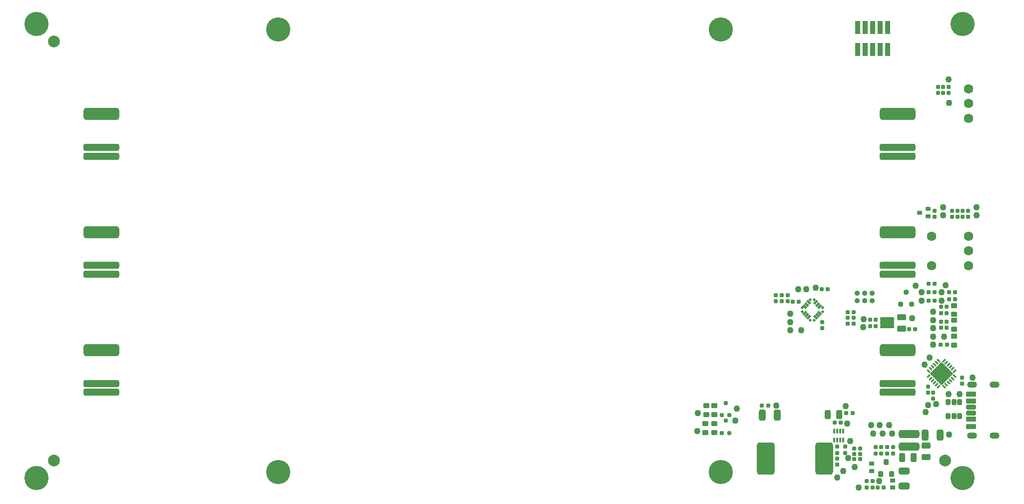
<source format=gts>
G04*
G04 #@! TF.GenerationSoftware,Altium Limited,CircuitStudio,1.5.2 (30)*
G04*
G04 Layer_Color=20142*
%FSLAX25Y25*%
%MOIN*%
G70*
G01*
G75*
%ADD93R,0.09055X0.07480*%
%ADD94R,0.02165X0.01969*%
%ADD95R,0.04803X0.07165*%
G04:AMPARAMS|DCode=96|XSize=118.11mil|YSize=216.54mil|CornerRadius=19.1mil|HoleSize=0mil|Usage=FLASHONLY|Rotation=180.000|XOffset=0mil|YOffset=0mil|HoleType=Round|Shape=RoundedRectangle|*
%AMROUNDEDRECTD96*
21,1,0.11811,0.17835,0,0,180.0*
21,1,0.07992,0.21654,0,0,180.0*
1,1,0.03819,-0.03996,0.08917*
1,1,0.03819,0.03996,0.08917*
1,1,0.03819,0.03996,-0.08917*
1,1,0.03819,-0.03996,-0.08917*
%
%ADD96ROUNDEDRECTD96*%
%ADD97R,0.03386X0.09055*%
G04:AMPARAMS|DCode=98|XSize=17.72mil|YSize=15.75mil|CornerRadius=0mil|HoleSize=0mil|Usage=FLASHONLY|Rotation=225.000|XOffset=0mil|YOffset=0mil|HoleType=Round|Shape=Rectangle|*
%AMROTATEDRECTD98*
4,1,4,0.00070,0.01183,0.01183,0.00070,-0.00070,-0.01183,-0.01183,-0.00070,0.00070,0.01183,0.0*
%
%ADD98ROTATEDRECTD98*%

G04:AMPARAMS|DCode=99|XSize=17.72mil|YSize=15.75mil|CornerRadius=0mil|HoleSize=0mil|Usage=FLASHONLY|Rotation=135.000|XOffset=0mil|YOffset=0mil|HoleType=Round|Shape=Rectangle|*
%AMROTATEDRECTD99*
4,1,4,0.01183,-0.00070,0.00070,-0.01183,-0.01183,0.00070,-0.00070,0.01183,0.01183,-0.00070,0.0*
%
%ADD99ROTATEDRECTD99*%

G04:AMPARAMS|DCode=100|XSize=31.5mil|YSize=15.75mil|CornerRadius=0mil|HoleSize=0mil|Usage=FLASHONLY|Rotation=315.000|XOffset=0mil|YOffset=0mil|HoleType=Round|Shape=Rectangle|*
%AMROTATEDRECTD100*
4,1,4,-0.01670,0.00557,-0.00557,0.01670,0.01670,-0.00557,0.00557,-0.01670,-0.01670,0.00557,0.0*
%
%ADD100ROTATEDRECTD100*%

G04:AMPARAMS|DCode=101|XSize=31.5mil|YSize=15.75mil|CornerRadius=0mil|HoleSize=0mil|Usage=FLASHONLY|Rotation=45.000|XOffset=0mil|YOffset=0mil|HoleType=Round|Shape=Rectangle|*
%AMROTATEDRECTD101*
4,1,4,-0.00557,-0.01670,-0.01670,-0.00557,0.00557,0.01670,0.01670,0.00557,-0.00557,-0.01670,0.0*
%
%ADD101ROTATEDRECTD101*%

G04:AMPARAMS|DCode=102|XSize=43.31mil|YSize=31.5mil|CornerRadius=8.86mil|HoleSize=0mil|Usage=FLASHONLY|Rotation=90.000|XOffset=0mil|YOffset=0mil|HoleType=Round|Shape=RoundedRectangle|*
%AMROUNDEDRECTD102*
21,1,0.04331,0.01378,0,0,90.0*
21,1,0.02559,0.03150,0,0,90.0*
1,1,0.01772,0.00689,0.01280*
1,1,0.01772,0.00689,-0.01280*
1,1,0.01772,-0.00689,-0.01280*
1,1,0.01772,-0.00689,0.01280*
%
%ADD102ROUNDEDRECTD102*%
G04:AMPARAMS|DCode=103|XSize=30.32mil|YSize=15.75mil|CornerRadius=3.74mil|HoleSize=0mil|Usage=FLASHONLY|Rotation=90.000|XOffset=0mil|YOffset=0mil|HoleType=Round|Shape=RoundedRectangle|*
%AMROUNDEDRECTD103*
21,1,0.03032,0.00827,0,0,90.0*
21,1,0.02284,0.01575,0,0,90.0*
1,1,0.00748,0.00413,0.01142*
1,1,0.00748,0.00413,-0.01142*
1,1,0.00748,-0.00413,-0.01142*
1,1,0.00748,-0.00413,0.01142*
%
%ADD103ROUNDEDRECTD103*%
G04:AMPARAMS|DCode=104|XSize=27.56mil|YSize=13.78mil|CornerRadius=4.43mil|HoleSize=0mil|Usage=FLASHONLY|Rotation=45.000|XOffset=0mil|YOffset=0mil|HoleType=Round|Shape=RoundedRectangle|*
%AMROUNDEDRECTD104*
21,1,0.02756,0.00492,0,0,45.0*
21,1,0.01870,0.01378,0,0,45.0*
1,1,0.00886,0.00835,0.00487*
1,1,0.00886,-0.00487,-0.00835*
1,1,0.00886,-0.00835,-0.00487*
1,1,0.00886,0.00487,0.00835*
%
%ADD104ROUNDEDRECTD104*%
G04:AMPARAMS|DCode=105|XSize=27.56mil|YSize=13.78mil|CornerRadius=4.43mil|HoleSize=0mil|Usage=FLASHONLY|Rotation=315.000|XOffset=0mil|YOffset=0mil|HoleType=Round|Shape=RoundedRectangle|*
%AMROUNDEDRECTD105*
21,1,0.02756,0.00492,0,0,315.0*
21,1,0.01870,0.01378,0,0,315.0*
1,1,0.00886,0.00487,-0.00835*
1,1,0.00886,-0.00835,0.00487*
1,1,0.00886,-0.00487,0.00835*
1,1,0.00886,0.00835,-0.00487*
%
%ADD105ROUNDEDRECTD105*%
%ADD106P,0.15590X4X90.0*%
G04:AMPARAMS|DCode=107|XSize=55.12mil|YSize=137.8mil|CornerRadius=14.76mil|HoleSize=0mil|Usage=FLASHONLY|Rotation=270.000|XOffset=0mil|YOffset=0mil|HoleType=Round|Shape=RoundedRectangle|*
%AMROUNDEDRECTD107*
21,1,0.05512,0.10827,0,0,270.0*
21,1,0.02559,0.13780,0,0,270.0*
1,1,0.02953,-0.05413,-0.01280*
1,1,0.02953,-0.05413,0.01280*
1,1,0.02953,0.05413,0.01280*
1,1,0.02953,0.05413,-0.01280*
%
%ADD107ROUNDEDRECTD107*%
%ADD108O,0.03492X0.03374*%
G04:AMPARAMS|DCode=109|XSize=41.34mil|YSize=61.02mil|CornerRadius=11.32mil|HoleSize=0mil|Usage=FLASHONLY|Rotation=0.000|XOffset=0mil|YOffset=0mil|HoleType=Round|Shape=RoundedRectangle|*
%AMROUNDEDRECTD109*
21,1,0.04134,0.03839,0,0,0.0*
21,1,0.01870,0.06102,0,0,0.0*
1,1,0.02264,0.00935,-0.01919*
1,1,0.02264,-0.00935,-0.01919*
1,1,0.02264,-0.00935,0.01919*
1,1,0.02264,0.00935,0.01919*
%
%ADD109ROUNDEDRECTD109*%
G04:AMPARAMS|DCode=110|XSize=41.34mil|YSize=61.02mil|CornerRadius=11.32mil|HoleSize=0mil|Usage=FLASHONLY|Rotation=90.000|XOffset=0mil|YOffset=0mil|HoleType=Round|Shape=RoundedRectangle|*
%AMROUNDEDRECTD110*
21,1,0.04134,0.03839,0,0,90.0*
21,1,0.01870,0.06102,0,0,90.0*
1,1,0.02264,0.01919,0.00935*
1,1,0.02264,0.01919,-0.00935*
1,1,0.02264,-0.01919,-0.00935*
1,1,0.02264,-0.01919,0.00935*
%
%ADD110ROUNDEDRECTD110*%
%ADD111C,0.04331*%
G04:AMPARAMS|DCode=112|XSize=31.5mil|YSize=66.93mil|CornerRadius=6.1mil|HoleSize=0mil|Usage=FLASHONLY|Rotation=270.000|XOffset=0mil|YOffset=0mil|HoleType=Round|Shape=RoundedRectangle|*
%AMROUNDEDRECTD112*
21,1,0.03150,0.05472,0,0,270.0*
21,1,0.01929,0.06693,0,0,270.0*
1,1,0.01221,-0.02736,-0.00965*
1,1,0.01221,-0.02736,0.00965*
1,1,0.01221,0.02736,0.00965*
1,1,0.01221,0.02736,-0.00965*
%
%ADD112ROUNDEDRECTD112*%
G04:AMPARAMS|DCode=113|XSize=33.86mil|YSize=66.93mil|CornerRadius=6.46mil|HoleSize=0mil|Usage=FLASHONLY|Rotation=270.000|XOffset=0mil|YOffset=0mil|HoleType=Round|Shape=RoundedRectangle|*
%AMROUNDEDRECTD113*
21,1,0.03386,0.05402,0,0,270.0*
21,1,0.02095,0.06693,0,0,270.0*
1,1,0.01291,-0.02701,-0.01047*
1,1,0.01291,-0.02701,0.01047*
1,1,0.01291,0.02701,0.01047*
1,1,0.01291,0.02701,-0.01047*
%
%ADD113ROUNDEDRECTD113*%
G04:AMPARAMS|DCode=114|XSize=35.43mil|YSize=66.93mil|CornerRadius=6.69mil|HoleSize=0mil|Usage=FLASHONLY|Rotation=90.000|XOffset=0mil|YOffset=0mil|HoleType=Round|Shape=RoundedRectangle|*
%AMROUNDEDRECTD114*
21,1,0.03543,0.05354,0,0,90.0*
21,1,0.02205,0.06693,0,0,90.0*
1,1,0.01339,0.02677,0.01102*
1,1,0.01339,0.02677,-0.01102*
1,1,0.01339,-0.02677,-0.01102*
1,1,0.01339,-0.02677,0.01102*
%
%ADD114ROUNDEDRECTD114*%
G04:AMPARAMS|DCode=115|XSize=240.16mil|YSize=47.24mil|CornerRadius=12.8mil|HoleSize=0mil|Usage=FLASHONLY|Rotation=0.000|XOffset=0mil|YOffset=0mil|HoleType=Round|Shape=RoundedRectangle|*
%AMROUNDEDRECTD115*
21,1,0.24016,0.02165,0,0,0.0*
21,1,0.21457,0.04724,0,0,0.0*
1,1,0.02559,0.10728,-0.01083*
1,1,0.02559,-0.10728,-0.01083*
1,1,0.02559,-0.10728,0.01083*
1,1,0.02559,0.10728,0.01083*
%
%ADD115ROUNDEDRECTD115*%
G04:AMPARAMS|DCode=116|XSize=240.16mil|YSize=82.68mil|CornerRadius=21.65mil|HoleSize=0mil|Usage=FLASHONLY|Rotation=0.000|XOffset=0mil|YOffset=0mil|HoleType=Round|Shape=RoundedRectangle|*
%AMROUNDEDRECTD116*
21,1,0.24016,0.03937,0,0,0.0*
21,1,0.19685,0.08268,0,0,0.0*
1,1,0.04331,0.09843,-0.01969*
1,1,0.04331,-0.09843,-0.01969*
1,1,0.04331,-0.09843,0.01969*
1,1,0.04331,0.09843,0.01969*
%
%ADD116ROUNDEDRECTD116*%
G04:AMPARAMS|DCode=117|XSize=27.56mil|YSize=27.56mil|CornerRadius=7.87mil|HoleSize=0mil|Usage=FLASHONLY|Rotation=270.000|XOffset=0mil|YOffset=0mil|HoleType=Round|Shape=RoundedRectangle|*
%AMROUNDEDRECTD117*
21,1,0.02756,0.01181,0,0,270.0*
21,1,0.01181,0.02756,0,0,270.0*
1,1,0.01575,-0.00591,-0.00591*
1,1,0.01575,-0.00591,0.00591*
1,1,0.01575,0.00591,0.00591*
1,1,0.01575,0.00591,-0.00591*
%
%ADD117ROUNDEDRECTD117*%
G04:AMPARAMS|DCode=118|XSize=27.56mil|YSize=27.56mil|CornerRadius=7.87mil|HoleSize=0mil|Usage=FLASHONLY|Rotation=180.000|XOffset=0mil|YOffset=0mil|HoleType=Round|Shape=RoundedRectangle|*
%AMROUNDEDRECTD118*
21,1,0.02756,0.01181,0,0,180.0*
21,1,0.01181,0.02756,0,0,180.0*
1,1,0.01575,-0.00591,0.00591*
1,1,0.01575,0.00591,0.00591*
1,1,0.01575,0.00591,-0.00591*
1,1,0.01575,-0.00591,-0.00591*
%
%ADD118ROUNDEDRECTD118*%
G04:AMPARAMS|DCode=119|XSize=45.28mil|YSize=74.8mil|CornerRadius=12.3mil|HoleSize=0mil|Usage=FLASHONLY|Rotation=180.000|XOffset=0mil|YOffset=0mil|HoleType=Round|Shape=RoundedRectangle|*
%AMROUNDEDRECTD119*
21,1,0.04528,0.05020,0,0,180.0*
21,1,0.02067,0.07480,0,0,180.0*
1,1,0.02461,-0.01034,0.02510*
1,1,0.02461,0.01034,0.02510*
1,1,0.02461,0.01034,-0.02510*
1,1,0.02461,-0.01034,-0.02510*
%
%ADD119ROUNDEDRECTD119*%
G04:AMPARAMS|DCode=120|XSize=36.61mil|YSize=24.41mil|CornerRadius=7.09mil|HoleSize=0mil|Usage=FLASHONLY|Rotation=180.000|XOffset=0mil|YOffset=0mil|HoleType=Round|Shape=RoundedRectangle|*
%AMROUNDEDRECTD120*
21,1,0.03661,0.01024,0,0,180.0*
21,1,0.02244,0.02441,0,0,180.0*
1,1,0.01417,-0.01122,0.00512*
1,1,0.01417,0.01122,0.00512*
1,1,0.01417,0.01122,-0.00512*
1,1,0.01417,-0.01122,-0.00512*
%
%ADD120ROUNDEDRECTD120*%
G04:AMPARAMS|DCode=121|XSize=31.5mil|YSize=31.5mil|CornerRadius=8.86mil|HoleSize=0mil|Usage=FLASHONLY|Rotation=90.000|XOffset=0mil|YOffset=0mil|HoleType=Round|Shape=RoundedRectangle|*
%AMROUNDEDRECTD121*
21,1,0.03150,0.01378,0,0,90.0*
21,1,0.01378,0.03150,0,0,90.0*
1,1,0.01772,0.00689,0.00689*
1,1,0.01772,0.00689,-0.00689*
1,1,0.01772,-0.00689,-0.00689*
1,1,0.01772,-0.00689,0.00689*
%
%ADD121ROUNDEDRECTD121*%
G04:AMPARAMS|DCode=122|XSize=33.47mil|YSize=43.31mil|CornerRadius=9.35mil|HoleSize=0mil|Usage=FLASHONLY|Rotation=270.000|XOffset=0mil|YOffset=0mil|HoleType=Round|Shape=RoundedRectangle|*
%AMROUNDEDRECTD122*
21,1,0.03347,0.02461,0,0,270.0*
21,1,0.01476,0.04331,0,0,270.0*
1,1,0.01870,-0.01230,-0.00738*
1,1,0.01870,-0.01230,0.00738*
1,1,0.01870,0.01230,0.00738*
1,1,0.01870,0.01230,-0.00738*
%
%ADD122ROUNDEDRECTD122*%
G04:AMPARAMS|DCode=123|XSize=29.45mil|YSize=25.95mil|CornerRadius=7.47mil|HoleSize=0mil|Usage=FLASHONLY|Rotation=90.000|XOffset=0mil|YOffset=0mil|HoleType=Round|Shape=RoundedRectangle|*
%AMROUNDEDRECTD123*
21,1,0.02945,0.01100,0,0,90.0*
21,1,0.01451,0.02595,0,0,90.0*
1,1,0.01494,0.00550,0.00725*
1,1,0.01494,0.00550,-0.00725*
1,1,0.01494,-0.00550,-0.00725*
1,1,0.01494,-0.00550,0.00725*
%
%ADD123ROUNDEDRECTD123*%
%ADD124R,0.03543X0.02559*%
G04:AMPARAMS|DCode=125|XSize=39.37mil|YSize=35.43mil|CornerRadius=9.84mil|HoleSize=0mil|Usage=FLASHONLY|Rotation=90.000|XOffset=0mil|YOffset=0mil|HoleType=Round|Shape=RoundedRectangle|*
%AMROUNDEDRECTD125*
21,1,0.03937,0.01575,0,0,90.0*
21,1,0.01969,0.03543,0,0,90.0*
1,1,0.01969,0.00787,0.00984*
1,1,0.01969,0.00787,-0.00984*
1,1,0.01969,-0.00787,-0.00984*
1,1,0.01969,-0.00787,0.00984*
%
%ADD125ROUNDEDRECTD125*%
G04:AMPARAMS|DCode=126|XSize=45.28mil|YSize=74.8mil|CornerRadius=12.3mil|HoleSize=0mil|Usage=FLASHONLY|Rotation=270.000|XOffset=0mil|YOffset=0mil|HoleType=Round|Shape=RoundedRectangle|*
%AMROUNDEDRECTD126*
21,1,0.04528,0.05020,0,0,270.0*
21,1,0.02067,0.07480,0,0,270.0*
1,1,0.02461,-0.02510,-0.01034*
1,1,0.02461,-0.02510,0.01034*
1,1,0.02461,0.02510,0.01034*
1,1,0.02461,0.02510,-0.01034*
%
%ADD126ROUNDEDRECTD126*%
%ADD127C,0.00394*%
%ADD128O,0.06693X0.04331*%
%ADD129C,0.16142*%
%ADD130C,0.06299*%
%ADD131C,0.07874*%
D93*
X-50394Y103543D02*
D03*
D94*
X-46752Y100945D02*
D03*
Y103543D02*
D03*
Y106142D02*
D03*
X-54035D02*
D03*
Y103543D02*
D03*
Y100945D02*
D03*
D95*
X-50394Y103543D02*
D03*
D96*
X-92323Y12992D02*
D03*
X-131299D02*
D03*
D97*
X-50236Y300590D02*
D03*
Y286024D02*
D03*
X-55236Y300590D02*
D03*
Y286024D02*
D03*
X-60236Y300590D02*
D03*
Y286024D02*
D03*
X-65236Y300590D02*
D03*
Y286024D02*
D03*
X-70236Y300590D02*
D03*
Y286024D02*
D03*
D98*
X-93504Y113527D02*
D03*
X-101716Y105315D02*
D03*
X-107284Y110882D02*
D03*
X-99071Y119095D02*
D03*
D99*
X-93504Y110882D02*
D03*
X-99071Y105315D02*
D03*
X-107284Y113527D02*
D03*
X-101716Y119095D02*
D03*
D100*
X-104013Y115824D02*
D03*
X-96775Y108586D02*
D03*
X-102621Y117216D02*
D03*
X-105405Y114432D02*
D03*
X-95383Y109978D02*
D03*
X-98167Y107194D02*
D03*
D101*
X-104013Y108586D02*
D03*
X-96775Y115824D02*
D03*
X-98167Y117216D02*
D03*
X-95383Y114432D02*
D03*
X-105405Y109978D02*
D03*
X-102621Y107194D02*
D03*
D102*
X-5906Y50787D02*
D03*
X-9646D02*
D03*
X-2165D02*
D03*
Y41339D02*
D03*
X-5906D02*
D03*
X-9646D02*
D03*
D103*
X-79724Y25433D02*
D03*
X-81693D02*
D03*
X-83661D02*
D03*
X-85630D02*
D03*
Y31260D02*
D03*
X-83661D02*
D03*
X-81693D02*
D03*
X-79724D02*
D03*
D104*
X-22942Y67875D02*
D03*
X-21551Y66484D02*
D03*
X-20159Y65092D02*
D03*
X-18767Y63700D02*
D03*
X-17375Y62308D02*
D03*
X-15983Y60916D02*
D03*
X-5404Y71495D02*
D03*
X-6796Y72887D02*
D03*
X-8188Y74278D02*
D03*
X-9580Y75670D02*
D03*
X-10972Y77062D02*
D03*
X-12364Y78454D02*
D03*
D105*
X-15983D02*
D03*
X-17375Y77062D02*
D03*
X-18767Y75670D02*
D03*
X-20159Y74278D02*
D03*
X-21551Y72887D02*
D03*
X-22942Y71495D02*
D03*
X-5404Y67875D02*
D03*
X-6796Y66484D02*
D03*
X-8188Y65092D02*
D03*
X-9580Y63700D02*
D03*
X-10972Y62308D02*
D03*
X-12364Y60916D02*
D03*
D106*
X-14173Y69685D02*
D03*
D107*
X-35827Y29331D02*
D03*
Y21063D02*
D03*
D108*
X-70512Y118366D02*
D03*
Y123366D02*
D03*
X-65512Y118366D02*
D03*
Y123366D02*
D03*
X-60512Y118366D02*
D03*
Y123366D02*
D03*
D109*
X-82382Y42520D02*
D03*
X-90059D02*
D03*
X-32776Y13780D02*
D03*
X-40453D02*
D03*
D110*
X-40945Y99705D02*
D03*
Y107382D02*
D03*
X-24409Y13878D02*
D03*
Y21555D02*
D03*
D111*
X-75197Y24803D02*
D03*
X-76378Y13386D02*
D03*
X-77165Y36220D02*
D03*
X-124409Y48425D02*
D03*
X-72047Y7480D02*
D03*
X-83858Y394D02*
D03*
X-79921Y4724D02*
D03*
X-77953Y48031D02*
D03*
X-109843Y125984D02*
D03*
X-104331D02*
D03*
X-98032Y127165D02*
D03*
X-107874Y98819D02*
D03*
X-114961D02*
D03*
Y103937D02*
D03*
Y109843D02*
D03*
X-31496Y128347D02*
D03*
X-11417Y128740D02*
D03*
X-27559Y124016D02*
D03*
X-14173D02*
D03*
X-27559Y118504D02*
D03*
X-14173D02*
D03*
X-19685Y94488D02*
D03*
Y88976D02*
D03*
X-22047Y80315D02*
D03*
X-19685Y105512D02*
D03*
Y111024D02*
D03*
X-24803Y44094D02*
D03*
X-12598Y94488D02*
D03*
X-19685Y100000D02*
D03*
X-25591Y75590D02*
D03*
X-1969Y55905D02*
D03*
X6693Y66929D02*
D03*
X-9449Y55905D02*
D03*
X-23228Y48819D02*
D03*
X-61024Y35433D02*
D03*
X-59842Y29528D02*
D03*
X-53543D02*
D03*
X-17717Y49213D02*
D03*
X-55905Y-1969D02*
D03*
X-55512Y35433D02*
D03*
X-69291Y-6299D02*
D03*
X-66142Y105905D02*
D03*
X-66535Y100787D02*
D03*
X-33858Y106693D02*
D03*
X-9055Y29134D02*
D03*
X-49213Y35433D02*
D03*
X-47244Y29528D02*
D03*
X-12992Y180709D02*
D03*
X9055D02*
D03*
X-9055Y250394D02*
D03*
X-9449Y266142D02*
D03*
X9055Y175197D02*
D03*
X-12992D02*
D03*
X-177165Y31496D02*
D03*
X-176772Y43307D02*
D03*
X-151723Y38337D02*
D03*
X-150787Y46457D02*
D03*
D112*
X5551Y47244D02*
D03*
Y43307D02*
D03*
D113*
Y51260D02*
D03*
Y39291D02*
D03*
D114*
Y34449D02*
D03*
Y56102D02*
D03*
D115*
X-574803Y214764D02*
D03*
Y220669D02*
D03*
X-43307D02*
D03*
Y214764D02*
D03*
X-574803Y136024D02*
D03*
Y141929D02*
D03*
X-43307D02*
D03*
Y136024D02*
D03*
X-574803Y57284D02*
D03*
Y63189D02*
D03*
X-43307D02*
D03*
Y57284D02*
D03*
D116*
X-574803Y242913D02*
D03*
X-43307D02*
D03*
X-574803Y164173D02*
D03*
X-43307D02*
D03*
X-574803Y85433D02*
D03*
X-43307D02*
D03*
D117*
X-124803Y122146D02*
D03*
Y118012D02*
D03*
X-116929Y122146D02*
D03*
Y118012D02*
D03*
X-120866Y122146D02*
D03*
Y118012D02*
D03*
X-93701Y104035D02*
D03*
Y99902D02*
D03*
X-78347Y20965D02*
D03*
Y16831D02*
D03*
X-83858Y13091D02*
D03*
Y8957D02*
D03*
Y20965D02*
D03*
Y16831D02*
D03*
X-18898Y178445D02*
D03*
Y174311D02*
D03*
X3543D02*
D03*
Y178445D02*
D03*
X-7087Y174311D02*
D03*
Y178445D02*
D03*
X-9449Y261122D02*
D03*
Y256988D02*
D03*
X-3543Y174311D02*
D03*
Y178445D02*
D03*
X-0D02*
D03*
Y174311D02*
D03*
X-16535Y256988D02*
D03*
Y261122D02*
D03*
X-12992Y256988D02*
D03*
Y261122D02*
D03*
X-394Y62894D02*
D03*
Y67028D02*
D03*
X-14567Y114272D02*
D03*
Y110138D02*
D03*
X-10630D02*
D03*
Y114272D02*
D03*
X-14567Y104429D02*
D03*
Y100295D02*
D03*
X-10630D02*
D03*
Y104429D02*
D03*
X-19882Y57087D02*
D03*
Y52953D02*
D03*
X-23228Y61122D02*
D03*
Y56988D02*
D03*
X-46457Y20571D02*
D03*
Y16437D02*
D03*
X-54331Y20571D02*
D03*
Y16437D02*
D03*
X-58268Y20571D02*
D03*
Y16437D02*
D03*
Y101476D02*
D03*
Y105610D02*
D03*
X-61811Y101476D02*
D03*
Y105610D02*
D03*
X-50394Y20571D02*
D03*
Y16437D02*
D03*
D118*
X-72736Y110630D02*
D03*
X-76870D02*
D03*
X-72736Y107087D02*
D03*
X-76870D02*
D03*
Y103150D02*
D03*
X-72736D02*
D03*
X-90059Y125984D02*
D03*
X-94193D02*
D03*
X-109350Y117717D02*
D03*
X-113484D02*
D03*
X-68405Y19685D02*
D03*
X-72539D02*
D03*
X-68405Y12598D02*
D03*
X-72539D02*
D03*
Y16142D02*
D03*
X-68405D02*
D03*
X-81398Y37008D02*
D03*
X-85532D02*
D03*
X-133957Y48425D02*
D03*
X-129823D02*
D03*
X-73524Y43307D02*
D03*
X-77658D02*
D03*
X-18799Y129528D02*
D03*
X-22933D02*
D03*
X-18799Y124016D02*
D03*
X-22933D02*
D03*
X-18799Y118504D02*
D03*
X-22933D02*
D03*
X-9154Y119291D02*
D03*
X-5020D02*
D03*
X-9154Y124016D02*
D03*
X-5020D02*
D03*
X-10531Y88976D02*
D03*
X-14665D02*
D03*
X-60138Y-1969D02*
D03*
X-64272D02*
D03*
X-60138Y-6299D02*
D03*
X-64272D02*
D03*
X-35925Y99213D02*
D03*
X-31791D02*
D03*
X-56791Y-6299D02*
D03*
X-52658D02*
D03*
D119*
X-133760Y42126D02*
D03*
X-123721D02*
D03*
X-15059Y28740D02*
D03*
X-25098D02*
D03*
D120*
X-23090Y179724D02*
D03*
Y174606D02*
D03*
X-28878Y177164D02*
D03*
D121*
X-37796Y124016D02*
D03*
X-41535Y116142D02*
D03*
X-34055D02*
D03*
D122*
X-171260Y48228D02*
D03*
Y42323D02*
D03*
X-171653Y36417D02*
D03*
Y30512D02*
D03*
X-165748Y48228D02*
D03*
Y42323D02*
D03*
Y36417D02*
D03*
Y30512D02*
D03*
X-5906Y105315D02*
D03*
Y99410D02*
D03*
Y115157D02*
D03*
Y109252D02*
D03*
Y94685D02*
D03*
Y88779D02*
D03*
D123*
X-158268Y50148D02*
D03*
X-160716Y41978D02*
D03*
X-155817D02*
D03*
X-158268Y38337D02*
D03*
X-160716Y30167D02*
D03*
X-155817D02*
D03*
D124*
X-60630Y4626D02*
D03*
Y9547D02*
D03*
X-46850Y-1476D02*
D03*
Y-6398D02*
D03*
D125*
X-47441Y2559D02*
D03*
X-54921D02*
D03*
X-51182Y10827D02*
D03*
D126*
X-38976Y4626D02*
D03*
Y-5413D02*
D03*
D127*
X-75512Y124866D02*
D03*
Y116866D02*
D03*
X-55512Y120866D02*
D03*
D128*
X21220Y62283D02*
D03*
Y28268D02*
D03*
X6260Y62283D02*
D03*
Y28268D02*
D03*
D129*
X-618110Y0D02*
D03*
X0D02*
D03*
Y303150D02*
D03*
X-618110D02*
D03*
X-456693Y3937D02*
D03*
X-161417D02*
D03*
Y299213D02*
D03*
X-456693D02*
D03*
D130*
X3937Y141732D02*
D03*
Y151575D02*
D03*
Y161417D02*
D03*
X-20669Y141732D02*
D03*
Y161417D02*
D03*
X3937Y259842D02*
D03*
Y250000D02*
D03*
Y240158D02*
D03*
D131*
X-606299Y11811D02*
D03*
Y291339D02*
D03*
X-11811Y11811D02*
D03*
M02*

</source>
